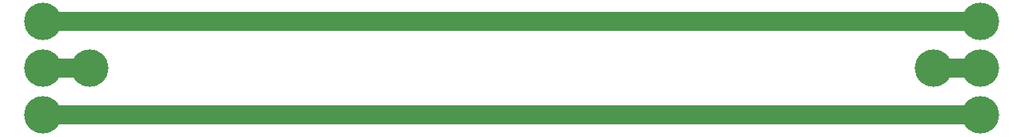
<source format=gbr>
G04 Three_conductor_PCB*
%FSLAX32Y32*%
%MOMM*%
%ADD10C,4.00*%
%ADD11C,2.00*%
D10*
G01*
X-05000Y-00500D03*
X05000Y-00500D03*
X05000Y00500D03*
X-05000Y00500D03*
X05000Y00000D03*
X-05000Y00000D03*
X04500Y00000D03*
X-04500Y00000D03*
D11*
X-05000Y-00500D02*
X05000Y-00500D01*
X-05000Y00500D02*
X05000Y00500D01*
X-05000Y00000D02*
X-04500Y00000D01*
X05000Y00000D02*
X04500Y00000D01*
M02*

</source>
